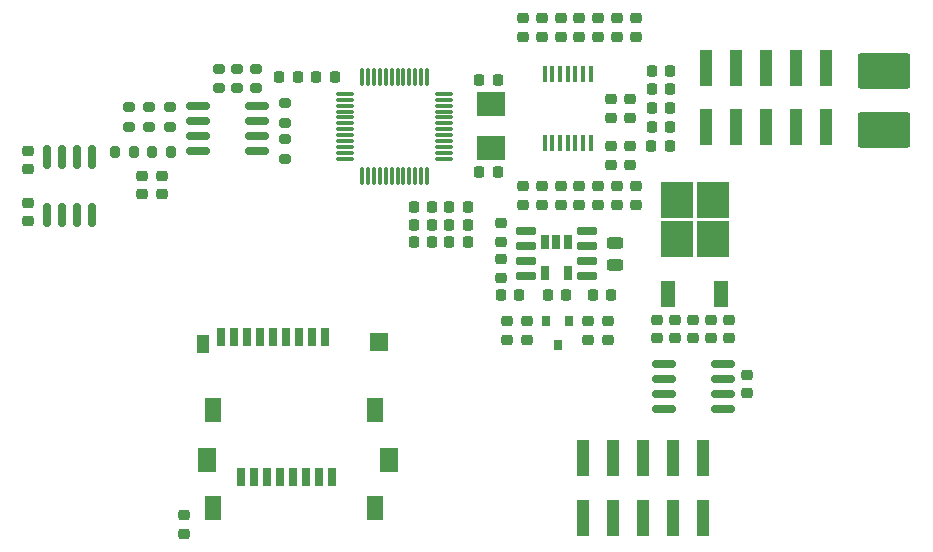
<source format=gbr>
G04 #@! TF.GenerationSoftware,KiCad,Pcbnew,6.0.10-86aedd382b~118~ubuntu22.04.1*
G04 #@! TF.CreationDate,2023-01-25T16:31:51+01:00*
G04 #@! TF.ProjectId,mre_addon_v2,6d72655f-6164-4646-9f6e-5f76322e6b69,V2.5*
G04 #@! TF.SameCoordinates,Original*
G04 #@! TF.FileFunction,Paste,Top*
G04 #@! TF.FilePolarity,Positive*
%FSLAX46Y46*%
G04 Gerber Fmt 4.6, Leading zero omitted, Abs format (unit mm)*
G04 Created by KiCad (PCBNEW 6.0.10-86aedd382b~118~ubuntu22.04.1) date 2023-01-25 16:31:51*
%MOMM*%
%LPD*%
G01*
G04 APERTURE LIST*
G04 Aperture macros list*
%AMRoundRect*
0 Rectangle with rounded corners*
0 $1 Rounding radius*
0 $2 $3 $4 $5 $6 $7 $8 $9 X,Y pos of 4 corners*
0 Add a 4 corners polygon primitive as box body*
4,1,4,$2,$3,$4,$5,$6,$7,$8,$9,$2,$3,0*
0 Add four circle primitives for the rounded corners*
1,1,$1+$1,$2,$3*
1,1,$1+$1,$4,$5*
1,1,$1+$1,$6,$7*
1,1,$1+$1,$8,$9*
0 Add four rect primitives between the rounded corners*
20,1,$1+$1,$2,$3,$4,$5,0*
20,1,$1+$1,$4,$5,$6,$7,0*
20,1,$1+$1,$6,$7,$8,$9,0*
20,1,$1+$1,$8,$9,$2,$3,0*%
G04 Aperture macros list end*
%ADD10RoundRect,0.218750X0.256250X-0.218750X0.256250X0.218750X-0.256250X0.218750X-0.256250X-0.218750X0*%
%ADD11RoundRect,0.218750X0.218750X0.256250X-0.218750X0.256250X-0.218750X-0.256250X0.218750X-0.256250X0*%
%ADD12RoundRect,0.218750X-0.256250X0.218750X-0.256250X-0.218750X0.256250X-0.218750X0.256250X0.218750X0*%
%ADD13RoundRect,0.218750X-0.218750X-0.256250X0.218750X-0.256250X0.218750X0.256250X-0.218750X0.256250X0*%
%ADD14R,1.000000X3.150000*%
%ADD15R,2.750000X3.050000*%
%ADD16R,1.200000X2.200000*%
%ADD17R,0.450000X1.450000*%
%ADD18R,0.650000X1.220000*%
%ADD19R,0.800000X0.900000*%
%ADD20RoundRect,0.150000X-0.150000X0.825000X-0.150000X-0.825000X0.150000X-0.825000X0.150000X0.825000X0*%
%ADD21RoundRect,0.243750X0.456250X-0.243750X0.456250X0.243750X-0.456250X0.243750X-0.456250X-0.243750X0*%
%ADD22R,0.800000X1.500000*%
%ADD23R,1.450000X2.000000*%
%ADD24R,0.762000X1.524000*%
%ADD25R,1.016000X1.524000*%
%ADD26R,1.524000X2.032000*%
%ADD27R,1.524000X1.524000*%
%ADD28RoundRect,0.150000X0.825000X0.150000X-0.825000X0.150000X-0.825000X-0.150000X0.825000X-0.150000X0*%
%ADD29RoundRect,0.075000X0.662500X0.075000X-0.662500X0.075000X-0.662500X-0.075000X0.662500X-0.075000X0*%
%ADD30RoundRect,0.075000X0.075000X0.662500X-0.075000X0.662500X-0.075000X-0.662500X0.075000X-0.662500X0*%
%ADD31RoundRect,0.150000X-0.725000X-0.150000X0.725000X-0.150000X0.725000X0.150000X-0.725000X0.150000X0*%
%ADD32RoundRect,0.250001X-1.974999X1.262499X-1.974999X-1.262499X1.974999X-1.262499X1.974999X1.262499X0*%
%ADD33RoundRect,0.200000X-0.275000X0.200000X-0.275000X-0.200000X0.275000X-0.200000X0.275000X0.200000X0*%
%ADD34RoundRect,0.225000X0.225000X0.250000X-0.225000X0.250000X-0.225000X-0.250000X0.225000X-0.250000X0*%
%ADD35RoundRect,0.200000X0.275000X-0.200000X0.275000X0.200000X-0.275000X0.200000X-0.275000X-0.200000X0*%
%ADD36R,2.400000X2.000000*%
%ADD37RoundRect,0.200000X-0.200000X-0.275000X0.200000X-0.275000X0.200000X0.275000X-0.200000X0.275000X0*%
G04 APERTURE END LIST*
D10*
X124650000Y-128937500D03*
X124650000Y-127362500D03*
D11*
X132335800Y-133376700D03*
X130760800Y-133376700D03*
D10*
X124650000Y-143162500D03*
X124650000Y-141587500D03*
X127800000Y-128937500D03*
X127800000Y-127362500D03*
X128948300Y-139764200D03*
X128948300Y-138189200D03*
D11*
X123537500Y-150800000D03*
X121962500Y-150800000D03*
D12*
X120212200Y-153006600D03*
X120212200Y-154581600D03*
X118485000Y-153006500D03*
X118485000Y-154581500D03*
D10*
X118050000Y-146287500D03*
X118050000Y-144712500D03*
D11*
X103937500Y-132350000D03*
X102362500Y-132350000D03*
X115187500Y-143300000D03*
X113612500Y-143300000D03*
D13*
X99212500Y-132350000D03*
X100787500Y-132350000D03*
D12*
X125400000Y-153012500D03*
X125400000Y-154587500D03*
X89313700Y-140662500D03*
X89313700Y-142237500D03*
X87600000Y-140662500D03*
X87600000Y-142237500D03*
D11*
X115187500Y-144810000D03*
X113612500Y-144810000D03*
X115187500Y-146320000D03*
X113612500Y-146320000D03*
D14*
X145491200Y-131536200D03*
X145491200Y-136586200D03*
X142951200Y-131536200D03*
X142951200Y-136586200D03*
X140411200Y-131536200D03*
X140411200Y-136586200D03*
X137871200Y-131536200D03*
X137871200Y-136586200D03*
X135331200Y-131536200D03*
X135331200Y-136586200D03*
X124968000Y-169631600D03*
X124968000Y-164581600D03*
X127508000Y-169631600D03*
X127508000Y-164581600D03*
X130048000Y-169631600D03*
X130048000Y-164581600D03*
X132588000Y-169631600D03*
X132588000Y-164581600D03*
X135128000Y-169631600D03*
X135128000Y-164581600D03*
D15*
X132875000Y-142700000D03*
X132875000Y-146050000D03*
X135925000Y-142700000D03*
X135925000Y-146050000D03*
D16*
X132120000Y-150675000D03*
X136680000Y-150675000D03*
D12*
X123050000Y-127362500D03*
X123050000Y-128937500D03*
D10*
X126250000Y-128937500D03*
X126250000Y-127362500D03*
D12*
X121450000Y-127362500D03*
X121450000Y-128937500D03*
X129400000Y-127362500D03*
X129400000Y-128937500D03*
X127348300Y-134189200D03*
X127348300Y-135764200D03*
D10*
X128948300Y-135764200D03*
X128948300Y-134189200D03*
D12*
X127348300Y-138189200D03*
X127348300Y-139764200D03*
X121450000Y-141587500D03*
X121450000Y-143162500D03*
D10*
X119850000Y-128937500D03*
X119850000Y-127362500D03*
X126250000Y-143162500D03*
X126250000Y-141587500D03*
X127800000Y-143162500D03*
X127800000Y-141587500D03*
X123050000Y-143162500D03*
X123050000Y-141587500D03*
D13*
X125762500Y-150800000D03*
X127337500Y-150800000D03*
D10*
X129400000Y-143162500D03*
X129400000Y-141587500D03*
X119850000Y-143162500D03*
X119850000Y-141587500D03*
D13*
X118000000Y-150800000D03*
X119575000Y-150800000D03*
X130739200Y-138160100D03*
X132314200Y-138160100D03*
D11*
X132335800Y-136576700D03*
X130760800Y-136576700D03*
X132335800Y-134976700D03*
X130760800Y-134976700D03*
D13*
X130760800Y-131776700D03*
X132335800Y-131776700D03*
D11*
X112187500Y-143300000D03*
X110612500Y-143300000D03*
X112187500Y-144810000D03*
X110612500Y-144810000D03*
X112187500Y-146320000D03*
X110612500Y-146320000D03*
D12*
X134250000Y-152862500D03*
X134250000Y-154437500D03*
X132750000Y-152862500D03*
X132750000Y-154437500D03*
X131250000Y-152862500D03*
X131250000Y-154437500D03*
D17*
X121700000Y-137926700D03*
X122350000Y-137926700D03*
X123000000Y-137926700D03*
X123650000Y-137926700D03*
X124300000Y-137926700D03*
X124950000Y-137926700D03*
X125600000Y-137926700D03*
X125600000Y-132026700D03*
X124950000Y-132026700D03*
X124300000Y-132026700D03*
X123650000Y-132026700D03*
X123000000Y-132026700D03*
X122350000Y-132026700D03*
X121700000Y-132026700D03*
D18*
X123650000Y-146328000D03*
X122700000Y-146328000D03*
X121750000Y-146328000D03*
X121750000Y-148948000D03*
X123650000Y-148948000D03*
D19*
X123750000Y-153000000D03*
X121850000Y-153000000D03*
X122800000Y-155000000D03*
D20*
X83405000Y-139075000D03*
X82135000Y-139075000D03*
X80865000Y-139075000D03*
X79595000Y-139075000D03*
X79595000Y-144025000D03*
X80865000Y-144025000D03*
X82135000Y-144025000D03*
X83405000Y-144025000D03*
D21*
X127650000Y-148237500D03*
X127650000Y-146362500D03*
D12*
X91200000Y-169412500D03*
X91200000Y-170987500D03*
D22*
X103700000Y-166197500D03*
X102600000Y-166197500D03*
X101500000Y-166197500D03*
X100400000Y-166197500D03*
X99300000Y-166197500D03*
X98200000Y-166197500D03*
X97100000Y-166197500D03*
X96000000Y-166197500D03*
D23*
X93625000Y-160497500D03*
X107375000Y-168797500D03*
X107375000Y-160497500D03*
X93625000Y-168797500D03*
D24*
X103143000Y-154357000D03*
X102043000Y-154357000D03*
X100943000Y-154357000D03*
X99843000Y-154357000D03*
X98743000Y-154357000D03*
X97643000Y-154357000D03*
X96543000Y-154357000D03*
X95443000Y-154357000D03*
X94343000Y-154357000D03*
D25*
X92743000Y-154957000D03*
D26*
X93089000Y-164730000D03*
X108489000Y-164730000D03*
D27*
X107670000Y-154749000D03*
D12*
X138800000Y-157537500D03*
X138800000Y-159112500D03*
X77950000Y-142962500D03*
X77950000Y-144537500D03*
D28*
X136775000Y-160405000D03*
X136775000Y-159135000D03*
X136775000Y-157865000D03*
X136775000Y-156595000D03*
X131825000Y-156595000D03*
X131825000Y-157865000D03*
X131825000Y-159135000D03*
X131825000Y-160405000D03*
D29*
X113162500Y-139250000D03*
X113162500Y-138750000D03*
X113162500Y-138250000D03*
X113162500Y-137750000D03*
X113162500Y-137250000D03*
X113162500Y-136750000D03*
X113162500Y-136250000D03*
X113162500Y-135750000D03*
X113162500Y-135250000D03*
X113162500Y-134750000D03*
X113162500Y-134250000D03*
X113162500Y-133750000D03*
D30*
X111750000Y-132337500D03*
X111250000Y-132337500D03*
X110750000Y-132337500D03*
X110250000Y-132337500D03*
X109750000Y-132337500D03*
X109250000Y-132337500D03*
X108750000Y-132337500D03*
X108250000Y-132337500D03*
X107750000Y-132337500D03*
X107250000Y-132337500D03*
X106750000Y-132337500D03*
X106250000Y-132337500D03*
D29*
X104837500Y-133750000D03*
X104837500Y-134250000D03*
X104837500Y-134750000D03*
X104837500Y-135250000D03*
X104837500Y-135750000D03*
X104837500Y-136250000D03*
X104837500Y-136750000D03*
X104837500Y-137250000D03*
X104837500Y-137750000D03*
X104837500Y-138250000D03*
X104837500Y-138750000D03*
X104837500Y-139250000D03*
D30*
X106250000Y-140662500D03*
X106750000Y-140662500D03*
X107250000Y-140662500D03*
X107750000Y-140662500D03*
X108250000Y-140662500D03*
X108750000Y-140662500D03*
X109250000Y-140662500D03*
X109750000Y-140662500D03*
X110250000Y-140662500D03*
X110750000Y-140662500D03*
X111250000Y-140662500D03*
X111750000Y-140662500D03*
D10*
X77950000Y-140137500D03*
X77950000Y-138562500D03*
D31*
X120125000Y-145395000D03*
X120125000Y-146665000D03*
X120125000Y-147935000D03*
X120125000Y-149205000D03*
X125275000Y-149205000D03*
X125275000Y-147935000D03*
X125275000Y-146665000D03*
X125275000Y-145395000D03*
D10*
X118050000Y-149325000D03*
X118050000Y-147750000D03*
D32*
X150475000Y-131775000D03*
X150475000Y-136800000D03*
D12*
X137300000Y-152862500D03*
X137300000Y-154437500D03*
X127100000Y-153012500D03*
X127100000Y-154587500D03*
D10*
X135750000Y-154437500D03*
X135750000Y-152862500D03*
D33*
X99750000Y-137595000D03*
X99750000Y-139245000D03*
D34*
X117725000Y-140350000D03*
X116175000Y-140350000D03*
D35*
X90000000Y-136525000D03*
X90000000Y-134875000D03*
X97250000Y-133275000D03*
X97250000Y-131625000D03*
D33*
X88250000Y-134875000D03*
X88250000Y-136525000D03*
D28*
X97325000Y-138605000D03*
X97325000Y-137335000D03*
X97325000Y-136065000D03*
X97325000Y-134795000D03*
X92375000Y-134795000D03*
X92375000Y-136065000D03*
X92375000Y-137335000D03*
X92375000Y-138605000D03*
D34*
X117725000Y-132550000D03*
X116175000Y-132550000D03*
D33*
X94150000Y-131625000D03*
X94150000Y-133275000D03*
D35*
X95700000Y-133275000D03*
X95700000Y-131625000D03*
D36*
X117166665Y-134600000D03*
X117166665Y-138300000D03*
D33*
X99750000Y-134545000D03*
X99750000Y-136195000D03*
D35*
X86550000Y-136525000D03*
X86550000Y-134875000D03*
D37*
X88425000Y-138650000D03*
X90075000Y-138650000D03*
X85325000Y-138650000D03*
X86975000Y-138650000D03*
M02*

</source>
